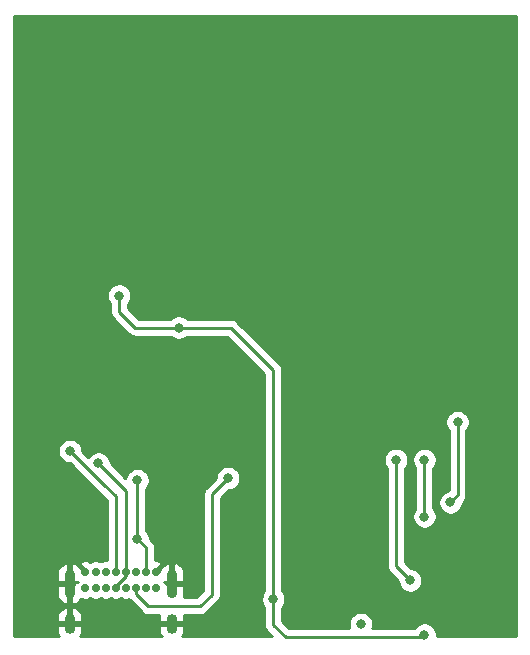
<source format=gbr>
%TF.GenerationSoftware,KiCad,Pcbnew,(5.1.7)-1*%
%TF.CreationDate,2021-01-12T02:59:51-08:00*%
%TF.ProjectId,froggy,66726f67-6779-42e6-9b69-6361645f7063,rev?*%
%TF.SameCoordinates,Original*%
%TF.FileFunction,Copper,L2,Bot*%
%TF.FilePolarity,Positive*%
%FSLAX46Y46*%
G04 Gerber Fmt 4.6, Leading zero omitted, Abs format (unit mm)*
G04 Created by KiCad (PCBNEW (5.1.7)-1) date 2021-01-12 02:59:51*
%MOMM*%
%LPD*%
G01*
G04 APERTURE LIST*
%TA.AperFunction,ComponentPad*%
%ADD10C,0.700000*%
%TD*%
%TA.AperFunction,ComponentPad*%
%ADD11O,0.900000X2.400000*%
%TD*%
%TA.AperFunction,ComponentPad*%
%ADD12O,0.900000X1.700000*%
%TD*%
%TA.AperFunction,ViaPad*%
%ADD13C,0.800000*%
%TD*%
%TA.AperFunction,Conductor*%
%ADD14C,0.250000*%
%TD*%
%TA.AperFunction,Conductor*%
%ADD15C,0.254000*%
%TD*%
%TA.AperFunction,Conductor*%
%ADD16C,0.100000*%
%TD*%
G04 APERTURE END LIST*
D10*
%TO.P,J1,A1*%
%TO.N,GND*%
X163500000Y-82296000D03*
%TO.P,J1,A4*%
%TO.N,+5V*%
X164350000Y-82296000D03*
%TO.P,J1,A5*%
%TO.N,Net-(J1-PadA5)*%
X165200000Y-82296000D03*
%TO.P,J1,A6*%
%TO.N,/D+*%
X166050000Y-82296000D03*
%TO.P,J1,A7*%
%TO.N,/D-*%
X166900000Y-82296000D03*
%TO.P,J1,A8*%
%TO.N,Net-(J1-PadA8)*%
X167750000Y-82296000D03*
%TO.P,J1,A9*%
%TO.N,+5V*%
X168600000Y-82296000D03*
%TO.P,J1,A12*%
%TO.N,GND*%
X169450000Y-82296000D03*
%TO.P,J1,B9*%
%TO.N,+5V*%
X164350000Y-83646000D03*
%TO.P,J1,B7*%
%TO.N,/D-*%
X166050000Y-83646000D03*
%TO.P,J1,B8*%
%TO.N,Net-(J1-PadB8)*%
X165200000Y-83646000D03*
%TO.P,J1,B12*%
%TO.N,GND*%
X163500000Y-83646000D03*
%TO.P,J1,B5*%
%TO.N,Net-(J1-PadB5)*%
X167750000Y-83646000D03*
%TO.P,J1,B4*%
%TO.N,+5V*%
X168600000Y-83646000D03*
%TO.P,J1,B1*%
%TO.N,GND*%
X169450000Y-83646000D03*
%TO.P,J1,B6*%
%TO.N,/D+*%
X166900000Y-83646000D03*
D11*
%TO.P,J1,S1*%
%TO.N,GND*%
X162150000Y-83276000D03*
X170800000Y-83276000D03*
D12*
X162150000Y-86656000D03*
X170800000Y-86656000D03*
%TD*%
D13*
%TO.N,*%
X186820000Y-86700000D03*
%TO.N,+5V*%
X167900000Y-74525000D03*
X167900000Y-79500000D03*
%TO.N,GND*%
X199000000Y-84000000D03*
X190000000Y-86800000D03*
X182000000Y-44200000D03*
X192400000Y-44200000D03*
X188500000Y-44200000D03*
%TO.N,+3V3*%
X171400000Y-61600000D03*
X166350000Y-58900000D03*
X192200000Y-87600000D03*
X192200000Y-72800000D03*
X192200000Y-77600000D03*
X179400000Y-84600000D03*
%TO.N,/D+*%
X162200000Y-72050000D03*
%TO.N,/D-*%
X164599927Y-73099927D03*
%TO.N,Net-(J1-PadB5)*%
X175575000Y-74350000D03*
%TO.N,/DAT3*%
X194400000Y-76400000D03*
X195000000Y-69600000D03*
%TO.N,/CLK*%
X189800000Y-72800000D03*
X191000000Y-83000000D03*
%TD*%
D14*
%TO.N,+5V*%
X167900000Y-74525000D02*
X167900000Y-79500000D01*
X168600000Y-80200000D02*
X168600000Y-82296000D01*
X167900000Y-79500000D02*
X168600000Y-80200000D01*
%TO.N,+3V3*%
X171400000Y-61600000D02*
X170500000Y-61600000D01*
X168400000Y-61600000D02*
X167700000Y-61600000D01*
X168400000Y-61600000D02*
X171400000Y-61600000D01*
X166350000Y-60250000D02*
X166350000Y-58900000D01*
X167700000Y-61600000D02*
X166350000Y-60250000D01*
X192200000Y-72800000D02*
X192200000Y-77600000D01*
X180457990Y-87832990D02*
X191967010Y-87832990D01*
X179400000Y-86775000D02*
X180457990Y-87832990D01*
X191967010Y-87832990D02*
X192200000Y-87600000D01*
X179400000Y-84600000D02*
X179400000Y-86775000D01*
X171400000Y-61600000D02*
X175800000Y-61600000D01*
X179400000Y-65200000D02*
X179400000Y-70600000D01*
X175800000Y-61600000D02*
X179400000Y-65200000D01*
X179400000Y-70600000D02*
X179400000Y-84600000D01*
X179400000Y-70400000D02*
X179400000Y-70600000D01*
%TO.N,/D+*%
X166810000Y-83795002D02*
X166810000Y-83646000D01*
X162200000Y-72050000D02*
X165110000Y-74960000D01*
X166050000Y-75900000D02*
X165110000Y-74960000D01*
X166050000Y-82296000D02*
X166050000Y-75900000D01*
%TO.N,/D-*%
X166050000Y-83496998D02*
X166050000Y-83646000D01*
X166900000Y-82646998D02*
X166050000Y-83496998D01*
X166900000Y-82296000D02*
X166900000Y-82646998D01*
X164599927Y-73099927D02*
X166900000Y-75400000D01*
X166900000Y-75400000D02*
X166900000Y-82296000D01*
%TO.N,Net-(J1-PadB8)*%
X165110000Y-83496998D02*
X165110000Y-83646000D01*
%TO.N,Net-(J1-PadB5)*%
X167750000Y-84140974D02*
X168809026Y-85200000D01*
X167750000Y-83646000D02*
X167750000Y-84140974D01*
X168809026Y-85200000D02*
X173200000Y-85200000D01*
X174200000Y-75725000D02*
X175575000Y-74350000D01*
X174200000Y-84200000D02*
X174200000Y-75725000D01*
X173200000Y-85200000D02*
X174200000Y-84200000D01*
%TO.N,/DAT3*%
X195000000Y-75800000D02*
X195000000Y-69600000D01*
X194400000Y-76400000D02*
X195000000Y-75800000D01*
%TO.N,/CLK*%
X189800000Y-81800000D02*
X191000000Y-83000000D01*
X189800000Y-72800000D02*
X189800000Y-81800000D01*
%TD*%
D15*
%TO.N,GND*%
X199940001Y-87740000D02*
X193227429Y-87740000D01*
X193235000Y-87701939D01*
X193235000Y-87498061D01*
X193195226Y-87298102D01*
X193117205Y-87109744D01*
X193003937Y-86940226D01*
X192859774Y-86796063D01*
X192690256Y-86682795D01*
X192501898Y-86604774D01*
X192301939Y-86565000D01*
X192098061Y-86565000D01*
X191898102Y-86604774D01*
X191709744Y-86682795D01*
X191540226Y-86796063D01*
X191396063Y-86940226D01*
X191307353Y-87072990D01*
X187785779Y-87072990D01*
X187815226Y-87001898D01*
X187855000Y-86801939D01*
X187855000Y-86598061D01*
X187815226Y-86398102D01*
X187737205Y-86209744D01*
X187623937Y-86040226D01*
X187479774Y-85896063D01*
X187310256Y-85782795D01*
X187121898Y-85704774D01*
X186921939Y-85665000D01*
X186718061Y-85665000D01*
X186518102Y-85704774D01*
X186329744Y-85782795D01*
X186160226Y-85896063D01*
X186016063Y-86040226D01*
X185902795Y-86209744D01*
X185824774Y-86398102D01*
X185785000Y-86598061D01*
X185785000Y-86801939D01*
X185824774Y-87001898D01*
X185854221Y-87072990D01*
X180772792Y-87072990D01*
X180160000Y-86460199D01*
X180160000Y-85303711D01*
X180203937Y-85259774D01*
X180317205Y-85090256D01*
X180395226Y-84901898D01*
X180435000Y-84701939D01*
X180435000Y-84498061D01*
X180395226Y-84298102D01*
X180317205Y-84109744D01*
X180203937Y-83940226D01*
X180160000Y-83896289D01*
X180160000Y-72698061D01*
X188765000Y-72698061D01*
X188765000Y-72901939D01*
X188804774Y-73101898D01*
X188882795Y-73290256D01*
X188996063Y-73459774D01*
X189040000Y-73503711D01*
X189040001Y-81762668D01*
X189036324Y-81800000D01*
X189040001Y-81837333D01*
X189044531Y-81883321D01*
X189050998Y-81948985D01*
X189094454Y-82092246D01*
X189165026Y-82224276D01*
X189223889Y-82296000D01*
X189260000Y-82340001D01*
X189288998Y-82363799D01*
X189965000Y-83039802D01*
X189965000Y-83101939D01*
X190004774Y-83301898D01*
X190082795Y-83490256D01*
X190196063Y-83659774D01*
X190340226Y-83803937D01*
X190509744Y-83917205D01*
X190698102Y-83995226D01*
X190898061Y-84035000D01*
X191101939Y-84035000D01*
X191301898Y-83995226D01*
X191490256Y-83917205D01*
X191659774Y-83803937D01*
X191803937Y-83659774D01*
X191917205Y-83490256D01*
X191995226Y-83301898D01*
X192035000Y-83101939D01*
X192035000Y-82898061D01*
X191995226Y-82698102D01*
X191917205Y-82509744D01*
X191803937Y-82340226D01*
X191659774Y-82196063D01*
X191490256Y-82082795D01*
X191301898Y-82004774D01*
X191101939Y-81965000D01*
X191039802Y-81965000D01*
X190560000Y-81485199D01*
X190560000Y-73503711D01*
X190603937Y-73459774D01*
X190717205Y-73290256D01*
X190795226Y-73101898D01*
X190835000Y-72901939D01*
X190835000Y-72698061D01*
X191165000Y-72698061D01*
X191165000Y-72901939D01*
X191204774Y-73101898D01*
X191282795Y-73290256D01*
X191396063Y-73459774D01*
X191440000Y-73503711D01*
X191440001Y-76896288D01*
X191396063Y-76940226D01*
X191282795Y-77109744D01*
X191204774Y-77298102D01*
X191165000Y-77498061D01*
X191165000Y-77701939D01*
X191204774Y-77901898D01*
X191282795Y-78090256D01*
X191396063Y-78259774D01*
X191540226Y-78403937D01*
X191709744Y-78517205D01*
X191898102Y-78595226D01*
X192098061Y-78635000D01*
X192301939Y-78635000D01*
X192501898Y-78595226D01*
X192690256Y-78517205D01*
X192859774Y-78403937D01*
X193003937Y-78259774D01*
X193117205Y-78090256D01*
X193195226Y-77901898D01*
X193235000Y-77701939D01*
X193235000Y-77498061D01*
X193195226Y-77298102D01*
X193117205Y-77109744D01*
X193003937Y-76940226D01*
X192960000Y-76896289D01*
X192960000Y-76298061D01*
X193365000Y-76298061D01*
X193365000Y-76501939D01*
X193404774Y-76701898D01*
X193482795Y-76890256D01*
X193596063Y-77059774D01*
X193740226Y-77203937D01*
X193909744Y-77317205D01*
X194098102Y-77395226D01*
X194298061Y-77435000D01*
X194501939Y-77435000D01*
X194701898Y-77395226D01*
X194890256Y-77317205D01*
X195059774Y-77203937D01*
X195203937Y-77059774D01*
X195317205Y-76890256D01*
X195395226Y-76701898D01*
X195435000Y-76501939D01*
X195435000Y-76439802D01*
X195511004Y-76363798D01*
X195540001Y-76340001D01*
X195574420Y-76298061D01*
X195634974Y-76224277D01*
X195705546Y-76092247D01*
X195718669Y-76048986D01*
X195749003Y-75948986D01*
X195760000Y-75837333D01*
X195760000Y-75837324D01*
X195763676Y-75800001D01*
X195760000Y-75762678D01*
X195760000Y-70303711D01*
X195803937Y-70259774D01*
X195917205Y-70090256D01*
X195995226Y-69901898D01*
X196035000Y-69701939D01*
X196035000Y-69498061D01*
X195995226Y-69298102D01*
X195917205Y-69109744D01*
X195803937Y-68940226D01*
X195659774Y-68796063D01*
X195490256Y-68682795D01*
X195301898Y-68604774D01*
X195101939Y-68565000D01*
X194898061Y-68565000D01*
X194698102Y-68604774D01*
X194509744Y-68682795D01*
X194340226Y-68796063D01*
X194196063Y-68940226D01*
X194082795Y-69109744D01*
X194004774Y-69298102D01*
X193965000Y-69498061D01*
X193965000Y-69701939D01*
X194004774Y-69901898D01*
X194082795Y-70090256D01*
X194196063Y-70259774D01*
X194240001Y-70303712D01*
X194240000Y-75376549D01*
X194098102Y-75404774D01*
X193909744Y-75482795D01*
X193740226Y-75596063D01*
X193596063Y-75740226D01*
X193482795Y-75909744D01*
X193404774Y-76098102D01*
X193365000Y-76298061D01*
X192960000Y-76298061D01*
X192960000Y-73503711D01*
X193003937Y-73459774D01*
X193117205Y-73290256D01*
X193195226Y-73101898D01*
X193235000Y-72901939D01*
X193235000Y-72698061D01*
X193195226Y-72498102D01*
X193117205Y-72309744D01*
X193003937Y-72140226D01*
X192859774Y-71996063D01*
X192690256Y-71882795D01*
X192501898Y-71804774D01*
X192301939Y-71765000D01*
X192098061Y-71765000D01*
X191898102Y-71804774D01*
X191709744Y-71882795D01*
X191540226Y-71996063D01*
X191396063Y-72140226D01*
X191282795Y-72309744D01*
X191204774Y-72498102D01*
X191165000Y-72698061D01*
X190835000Y-72698061D01*
X190795226Y-72498102D01*
X190717205Y-72309744D01*
X190603937Y-72140226D01*
X190459774Y-71996063D01*
X190290256Y-71882795D01*
X190101898Y-71804774D01*
X189901939Y-71765000D01*
X189698061Y-71765000D01*
X189498102Y-71804774D01*
X189309744Y-71882795D01*
X189140226Y-71996063D01*
X188996063Y-72140226D01*
X188882795Y-72309744D01*
X188804774Y-72498102D01*
X188765000Y-72698061D01*
X180160000Y-72698061D01*
X180160000Y-65237323D01*
X180163676Y-65200000D01*
X180160000Y-65162677D01*
X180160000Y-65162667D01*
X180149003Y-65051014D01*
X180105546Y-64907753D01*
X180034974Y-64775724D01*
X179940001Y-64659999D01*
X179911004Y-64636202D01*
X176363804Y-61089003D01*
X176340001Y-61059999D01*
X176224276Y-60965026D01*
X176092247Y-60894454D01*
X175948986Y-60850997D01*
X175837333Y-60840000D01*
X175837322Y-60840000D01*
X175800000Y-60836324D01*
X175762678Y-60840000D01*
X172103711Y-60840000D01*
X172059774Y-60796063D01*
X171890256Y-60682795D01*
X171701898Y-60604774D01*
X171501939Y-60565000D01*
X171298061Y-60565000D01*
X171098102Y-60604774D01*
X170909744Y-60682795D01*
X170740226Y-60796063D01*
X170696289Y-60840000D01*
X168014802Y-60840000D01*
X167110000Y-59935199D01*
X167110000Y-59603711D01*
X167153937Y-59559774D01*
X167267205Y-59390256D01*
X167345226Y-59201898D01*
X167385000Y-59001939D01*
X167385000Y-58798061D01*
X167345226Y-58598102D01*
X167267205Y-58409744D01*
X167153937Y-58240226D01*
X167009774Y-58096063D01*
X166840256Y-57982795D01*
X166651898Y-57904774D01*
X166451939Y-57865000D01*
X166248061Y-57865000D01*
X166048102Y-57904774D01*
X165859744Y-57982795D01*
X165690226Y-58096063D01*
X165546063Y-58240226D01*
X165432795Y-58409744D01*
X165354774Y-58598102D01*
X165315000Y-58798061D01*
X165315000Y-59001939D01*
X165354774Y-59201898D01*
X165432795Y-59390256D01*
X165546063Y-59559774D01*
X165590000Y-59603711D01*
X165590000Y-60212677D01*
X165586324Y-60250000D01*
X165590000Y-60287322D01*
X165590000Y-60287332D01*
X165600997Y-60398985D01*
X165644454Y-60542246D01*
X165715026Y-60674276D01*
X165754871Y-60722826D01*
X165809999Y-60790001D01*
X165839003Y-60813804D01*
X167136200Y-62111002D01*
X167159999Y-62140001D01*
X167275724Y-62234974D01*
X167407753Y-62305546D01*
X167551014Y-62349003D01*
X167662667Y-62360000D01*
X167662676Y-62360000D01*
X167699999Y-62363676D01*
X167737322Y-62360000D01*
X170696289Y-62360000D01*
X170740226Y-62403937D01*
X170909744Y-62517205D01*
X171098102Y-62595226D01*
X171298061Y-62635000D01*
X171501939Y-62635000D01*
X171701898Y-62595226D01*
X171890256Y-62517205D01*
X172059774Y-62403937D01*
X172103711Y-62360000D01*
X175485199Y-62360000D01*
X178640000Y-65514802D01*
X178640001Y-70362658D01*
X178640000Y-70362668D01*
X178640000Y-70562668D01*
X178640001Y-83896288D01*
X178596063Y-83940226D01*
X178482795Y-84109744D01*
X178404774Y-84298102D01*
X178365000Y-84498061D01*
X178365000Y-84701939D01*
X178404774Y-84901898D01*
X178482795Y-85090256D01*
X178596063Y-85259774D01*
X178640000Y-85303711D01*
X178640001Y-86737668D01*
X178636324Y-86775000D01*
X178650998Y-86923985D01*
X178694454Y-87067246D01*
X178765026Y-87199276D01*
X178836201Y-87286002D01*
X178860000Y-87315001D01*
X178888998Y-87338799D01*
X179290199Y-87740000D01*
X171648540Y-87740000D01*
X171753809Y-87588545D01*
X171839376Y-87392233D01*
X171885000Y-87183000D01*
X171885000Y-86783000D01*
X170927000Y-86783000D01*
X170927000Y-86803000D01*
X170673000Y-86803000D01*
X170673000Y-86783000D01*
X169715000Y-86783000D01*
X169715000Y-87183000D01*
X169760624Y-87392233D01*
X169846191Y-87588545D01*
X169951460Y-87740000D01*
X162998540Y-87740000D01*
X163103809Y-87588545D01*
X163189376Y-87392233D01*
X163235000Y-87183000D01*
X163235000Y-86783000D01*
X162277000Y-86783000D01*
X162277000Y-86803000D01*
X162023000Y-86803000D01*
X162023000Y-86783000D01*
X161065000Y-86783000D01*
X161065000Y-87183000D01*
X161110624Y-87392233D01*
X161196191Y-87588545D01*
X161301460Y-87740000D01*
X157460000Y-87740000D01*
X157460000Y-86129000D01*
X161065000Y-86129000D01*
X161065000Y-86529000D01*
X162023000Y-86529000D01*
X162023000Y-85338498D01*
X162277000Y-85338498D01*
X162277000Y-86529000D01*
X163235000Y-86529000D01*
X163235000Y-86129000D01*
X163189376Y-85919767D01*
X163103809Y-85723455D01*
X162981587Y-85547609D01*
X162827408Y-85398986D01*
X162647197Y-85283298D01*
X162444001Y-85211592D01*
X162277000Y-85338498D01*
X162023000Y-85338498D01*
X161855999Y-85211592D01*
X161652803Y-85283298D01*
X161472592Y-85398986D01*
X161318413Y-85547609D01*
X161196191Y-85723455D01*
X161110624Y-85919767D01*
X161065000Y-86129000D01*
X157460000Y-86129000D01*
X157460000Y-83403000D01*
X161065000Y-83403000D01*
X161065000Y-84153000D01*
X161110624Y-84362233D01*
X161196191Y-84558545D01*
X161318413Y-84734391D01*
X161472592Y-84883014D01*
X161652803Y-84998702D01*
X161855999Y-85070408D01*
X162023000Y-84943502D01*
X162023000Y-83403000D01*
X161065000Y-83403000D01*
X157460000Y-83403000D01*
X157460000Y-82399000D01*
X161065000Y-82399000D01*
X161065000Y-83149000D01*
X162023000Y-83149000D01*
X162023000Y-81608498D01*
X161855999Y-81481592D01*
X161652803Y-81553298D01*
X161472592Y-81668986D01*
X161318413Y-81817609D01*
X161196191Y-81993455D01*
X161110624Y-82189767D01*
X161065000Y-82399000D01*
X157460000Y-82399000D01*
X157460000Y-71948061D01*
X161165000Y-71948061D01*
X161165000Y-72151939D01*
X161204774Y-72351898D01*
X161282795Y-72540256D01*
X161396063Y-72709774D01*
X161540226Y-72853937D01*
X161709744Y-72967205D01*
X161898102Y-73045226D01*
X162098061Y-73085000D01*
X162160199Y-73085000D01*
X164598996Y-75523799D01*
X164599007Y-75523808D01*
X165290001Y-76214803D01*
X165290000Y-81311000D01*
X165102986Y-81311000D01*
X164912686Y-81348853D01*
X164775000Y-81405884D01*
X164637314Y-81348853D01*
X164447014Y-81311000D01*
X164252986Y-81311000D01*
X164062686Y-81348853D01*
X163924458Y-81406109D01*
X163795616Y-81351411D01*
X163605656Y-81311890D01*
X163411636Y-81310187D01*
X163221011Y-81346368D01*
X163041107Y-81419043D01*
X163025784Y-81427233D01*
X163009088Y-81625483D01*
X163401101Y-82017496D01*
X163365000Y-82198986D01*
X163365000Y-82368890D01*
X163306253Y-82310143D01*
X163320395Y-82296000D01*
X163170225Y-82145830D01*
X163103809Y-81993455D01*
X162981587Y-81817609D01*
X162827408Y-81668986D01*
X162647197Y-81553298D01*
X162444001Y-81481592D01*
X162277000Y-81608498D01*
X162277000Y-83149000D01*
X162823392Y-83149000D01*
X162829480Y-83155088D01*
X162631233Y-83171784D01*
X162555411Y-83350384D01*
X162544464Y-83403000D01*
X162277000Y-83403000D01*
X162277000Y-84943502D01*
X162444001Y-85070408D01*
X162647197Y-84998702D01*
X162827408Y-84883014D01*
X162981587Y-84734391D01*
X163103809Y-84558545D01*
X163107728Y-84549555D01*
X163204384Y-84590589D01*
X163394344Y-84630110D01*
X163588364Y-84631813D01*
X163778989Y-84595632D01*
X163925651Y-84536385D01*
X164062686Y-84593147D01*
X164252986Y-84631000D01*
X164447014Y-84631000D01*
X164637314Y-84593147D01*
X164775000Y-84536116D01*
X164912686Y-84593147D01*
X165102986Y-84631000D01*
X165297014Y-84631000D01*
X165487314Y-84593147D01*
X165625000Y-84536116D01*
X165762686Y-84593147D01*
X165952986Y-84631000D01*
X166147014Y-84631000D01*
X166337314Y-84593147D01*
X166475000Y-84536116D01*
X166612686Y-84593147D01*
X166802986Y-84631000D01*
X166997014Y-84631000D01*
X167144852Y-84601593D01*
X167210000Y-84680975D01*
X167238998Y-84704773D01*
X168245227Y-85711003D01*
X168269025Y-85740001D01*
X168298023Y-85763799D01*
X168384749Y-85834974D01*
X168499038Y-85896063D01*
X168516779Y-85905546D01*
X168660040Y-85949003D01*
X168771693Y-85960000D01*
X168771703Y-85960000D01*
X168809026Y-85963676D01*
X168846349Y-85960000D01*
X169751851Y-85960000D01*
X169715000Y-86129000D01*
X169715000Y-86529000D01*
X170673000Y-86529000D01*
X170673000Y-86509000D01*
X170927000Y-86509000D01*
X170927000Y-86529000D01*
X171885000Y-86529000D01*
X171885000Y-86129000D01*
X171848149Y-85960000D01*
X173162678Y-85960000D01*
X173200000Y-85963676D01*
X173237322Y-85960000D01*
X173237333Y-85960000D01*
X173348986Y-85949003D01*
X173492247Y-85905546D01*
X173624276Y-85834974D01*
X173740001Y-85740001D01*
X173763804Y-85710998D01*
X174711004Y-84763798D01*
X174740001Y-84740001D01*
X174834974Y-84624276D01*
X174905546Y-84492247D01*
X174949003Y-84348986D01*
X174960000Y-84237333D01*
X174960000Y-84237332D01*
X174963677Y-84200000D01*
X174960000Y-84162667D01*
X174960000Y-76039801D01*
X175614802Y-75385000D01*
X175676939Y-75385000D01*
X175876898Y-75345226D01*
X176065256Y-75267205D01*
X176234774Y-75153937D01*
X176378937Y-75009774D01*
X176492205Y-74840256D01*
X176570226Y-74651898D01*
X176610000Y-74451939D01*
X176610000Y-74248061D01*
X176570226Y-74048102D01*
X176492205Y-73859744D01*
X176378937Y-73690226D01*
X176234774Y-73546063D01*
X176065256Y-73432795D01*
X175876898Y-73354774D01*
X175676939Y-73315000D01*
X175473061Y-73315000D01*
X175273102Y-73354774D01*
X175084744Y-73432795D01*
X174915226Y-73546063D01*
X174771063Y-73690226D01*
X174657795Y-73859744D01*
X174579774Y-74048102D01*
X174540000Y-74248061D01*
X174540000Y-74310198D01*
X173688998Y-75161201D01*
X173660000Y-75184999D01*
X173636202Y-75213997D01*
X173636201Y-75213998D01*
X173565026Y-75300724D01*
X173494454Y-75432754D01*
X173450998Y-75576015D01*
X173436324Y-75725000D01*
X173440001Y-75762332D01*
X173440000Y-83885198D01*
X172885199Y-84440000D01*
X171805480Y-84440000D01*
X171839376Y-84362233D01*
X171885000Y-84153000D01*
X171885000Y-83403000D01*
X170927000Y-83403000D01*
X170927000Y-83423000D01*
X170673000Y-83423000D01*
X170673000Y-83403000D01*
X170406463Y-83403000D01*
X170399632Y-83367011D01*
X170326957Y-83187107D01*
X170318767Y-83171784D01*
X170120520Y-83155088D01*
X170126608Y-83149000D01*
X170673000Y-83149000D01*
X170673000Y-81608498D01*
X170927000Y-81608498D01*
X170927000Y-83149000D01*
X171885000Y-83149000D01*
X171885000Y-82399000D01*
X171839376Y-82189767D01*
X171753809Y-81993455D01*
X171631587Y-81817609D01*
X171477408Y-81668986D01*
X171297197Y-81553298D01*
X171094001Y-81481592D01*
X170927000Y-81608498D01*
X170673000Y-81608498D01*
X170505999Y-81481592D01*
X170302803Y-81553298D01*
X170122592Y-81668986D01*
X169968413Y-81817609D01*
X169846191Y-81993455D01*
X169779775Y-82145830D01*
X169629605Y-82296000D01*
X169643748Y-82310143D01*
X169585000Y-82368890D01*
X169585000Y-82198986D01*
X169548899Y-82017496D01*
X169940912Y-81625483D01*
X169924216Y-81427233D01*
X169745616Y-81351411D01*
X169555656Y-81311890D01*
X169361636Y-81310187D01*
X169360000Y-81310498D01*
X169360000Y-80237322D01*
X169363676Y-80199999D01*
X169360000Y-80162676D01*
X169360000Y-80162667D01*
X169349003Y-80051014D01*
X169305546Y-79907753D01*
X169234974Y-79775724D01*
X169221811Y-79759685D01*
X169163799Y-79688996D01*
X169163795Y-79688992D01*
X169140001Y-79659999D01*
X169111009Y-79636206D01*
X168935000Y-79460198D01*
X168935000Y-79398061D01*
X168895226Y-79198102D01*
X168817205Y-79009744D01*
X168703937Y-78840226D01*
X168660000Y-78796289D01*
X168660000Y-75228711D01*
X168703937Y-75184774D01*
X168817205Y-75015256D01*
X168895226Y-74826898D01*
X168935000Y-74626939D01*
X168935000Y-74423061D01*
X168895226Y-74223102D01*
X168817205Y-74034744D01*
X168703937Y-73865226D01*
X168559774Y-73721063D01*
X168390256Y-73607795D01*
X168201898Y-73529774D01*
X168001939Y-73490000D01*
X167798061Y-73490000D01*
X167598102Y-73529774D01*
X167409744Y-73607795D01*
X167240226Y-73721063D01*
X167096063Y-73865226D01*
X166982795Y-74034744D01*
X166904774Y-74223102D01*
X166887043Y-74312241D01*
X165634927Y-73060126D01*
X165634927Y-72997988D01*
X165595153Y-72798029D01*
X165517132Y-72609671D01*
X165403864Y-72440153D01*
X165259701Y-72295990D01*
X165090183Y-72182722D01*
X164901825Y-72104701D01*
X164701866Y-72064927D01*
X164497988Y-72064927D01*
X164298029Y-72104701D01*
X164109671Y-72182722D01*
X163940153Y-72295990D01*
X163795990Y-72440153D01*
X163743505Y-72518703D01*
X163235000Y-72010199D01*
X163235000Y-71948061D01*
X163195226Y-71748102D01*
X163117205Y-71559744D01*
X163003937Y-71390226D01*
X162859774Y-71246063D01*
X162690256Y-71132795D01*
X162501898Y-71054774D01*
X162301939Y-71015000D01*
X162098061Y-71015000D01*
X161898102Y-71054774D01*
X161709744Y-71132795D01*
X161540226Y-71246063D01*
X161396063Y-71390226D01*
X161282795Y-71559744D01*
X161204774Y-71748102D01*
X161165000Y-71948061D01*
X157460000Y-71948061D01*
X157460000Y-35260000D01*
X199940000Y-35260000D01*
X199940001Y-87740000D01*
%TA.AperFunction,Conductor*%
D16*
G36*
X199940001Y-87740000D02*
G01*
X193227429Y-87740000D01*
X193235000Y-87701939D01*
X193235000Y-87498061D01*
X193195226Y-87298102D01*
X193117205Y-87109744D01*
X193003937Y-86940226D01*
X192859774Y-86796063D01*
X192690256Y-86682795D01*
X192501898Y-86604774D01*
X192301939Y-86565000D01*
X192098061Y-86565000D01*
X191898102Y-86604774D01*
X191709744Y-86682795D01*
X191540226Y-86796063D01*
X191396063Y-86940226D01*
X191307353Y-87072990D01*
X187785779Y-87072990D01*
X187815226Y-87001898D01*
X187855000Y-86801939D01*
X187855000Y-86598061D01*
X187815226Y-86398102D01*
X187737205Y-86209744D01*
X187623937Y-86040226D01*
X187479774Y-85896063D01*
X187310256Y-85782795D01*
X187121898Y-85704774D01*
X186921939Y-85665000D01*
X186718061Y-85665000D01*
X186518102Y-85704774D01*
X186329744Y-85782795D01*
X186160226Y-85896063D01*
X186016063Y-86040226D01*
X185902795Y-86209744D01*
X185824774Y-86398102D01*
X185785000Y-86598061D01*
X185785000Y-86801939D01*
X185824774Y-87001898D01*
X185854221Y-87072990D01*
X180772792Y-87072990D01*
X180160000Y-86460199D01*
X180160000Y-85303711D01*
X180203937Y-85259774D01*
X180317205Y-85090256D01*
X180395226Y-84901898D01*
X180435000Y-84701939D01*
X180435000Y-84498061D01*
X180395226Y-84298102D01*
X180317205Y-84109744D01*
X180203937Y-83940226D01*
X180160000Y-83896289D01*
X180160000Y-72698061D01*
X188765000Y-72698061D01*
X188765000Y-72901939D01*
X188804774Y-73101898D01*
X188882795Y-73290256D01*
X188996063Y-73459774D01*
X189040000Y-73503711D01*
X189040001Y-81762668D01*
X189036324Y-81800000D01*
X189040001Y-81837333D01*
X189044531Y-81883321D01*
X189050998Y-81948985D01*
X189094454Y-82092246D01*
X189165026Y-82224276D01*
X189223889Y-82296000D01*
X189260000Y-82340001D01*
X189288998Y-82363799D01*
X189965000Y-83039802D01*
X189965000Y-83101939D01*
X190004774Y-83301898D01*
X190082795Y-83490256D01*
X190196063Y-83659774D01*
X190340226Y-83803937D01*
X190509744Y-83917205D01*
X190698102Y-83995226D01*
X190898061Y-84035000D01*
X191101939Y-84035000D01*
X191301898Y-83995226D01*
X191490256Y-83917205D01*
X191659774Y-83803937D01*
X191803937Y-83659774D01*
X191917205Y-83490256D01*
X191995226Y-83301898D01*
X192035000Y-83101939D01*
X192035000Y-82898061D01*
X191995226Y-82698102D01*
X191917205Y-82509744D01*
X191803937Y-82340226D01*
X191659774Y-82196063D01*
X191490256Y-82082795D01*
X191301898Y-82004774D01*
X191101939Y-81965000D01*
X191039802Y-81965000D01*
X190560000Y-81485199D01*
X190560000Y-73503711D01*
X190603937Y-73459774D01*
X190717205Y-73290256D01*
X190795226Y-73101898D01*
X190835000Y-72901939D01*
X190835000Y-72698061D01*
X191165000Y-72698061D01*
X191165000Y-72901939D01*
X191204774Y-73101898D01*
X191282795Y-73290256D01*
X191396063Y-73459774D01*
X191440000Y-73503711D01*
X191440001Y-76896288D01*
X191396063Y-76940226D01*
X191282795Y-77109744D01*
X191204774Y-77298102D01*
X191165000Y-77498061D01*
X191165000Y-77701939D01*
X191204774Y-77901898D01*
X191282795Y-78090256D01*
X191396063Y-78259774D01*
X191540226Y-78403937D01*
X191709744Y-78517205D01*
X191898102Y-78595226D01*
X192098061Y-78635000D01*
X192301939Y-78635000D01*
X192501898Y-78595226D01*
X192690256Y-78517205D01*
X192859774Y-78403937D01*
X193003937Y-78259774D01*
X193117205Y-78090256D01*
X193195226Y-77901898D01*
X193235000Y-77701939D01*
X193235000Y-77498061D01*
X193195226Y-77298102D01*
X193117205Y-77109744D01*
X193003937Y-76940226D01*
X192960000Y-76896289D01*
X192960000Y-76298061D01*
X193365000Y-76298061D01*
X193365000Y-76501939D01*
X193404774Y-76701898D01*
X193482795Y-76890256D01*
X193596063Y-77059774D01*
X193740226Y-77203937D01*
X193909744Y-77317205D01*
X194098102Y-77395226D01*
X194298061Y-77435000D01*
X194501939Y-77435000D01*
X194701898Y-77395226D01*
X194890256Y-77317205D01*
X195059774Y-77203937D01*
X195203937Y-77059774D01*
X195317205Y-76890256D01*
X195395226Y-76701898D01*
X195435000Y-76501939D01*
X195435000Y-76439802D01*
X195511004Y-76363798D01*
X195540001Y-76340001D01*
X195574420Y-76298061D01*
X195634974Y-76224277D01*
X195705546Y-76092247D01*
X195718669Y-76048986D01*
X195749003Y-75948986D01*
X195760000Y-75837333D01*
X195760000Y-75837324D01*
X195763676Y-75800001D01*
X195760000Y-75762678D01*
X195760000Y-70303711D01*
X195803937Y-70259774D01*
X195917205Y-70090256D01*
X195995226Y-69901898D01*
X196035000Y-69701939D01*
X196035000Y-69498061D01*
X195995226Y-69298102D01*
X195917205Y-69109744D01*
X195803937Y-68940226D01*
X195659774Y-68796063D01*
X195490256Y-68682795D01*
X195301898Y-68604774D01*
X195101939Y-68565000D01*
X194898061Y-68565000D01*
X194698102Y-68604774D01*
X194509744Y-68682795D01*
X194340226Y-68796063D01*
X194196063Y-68940226D01*
X194082795Y-69109744D01*
X194004774Y-69298102D01*
X193965000Y-69498061D01*
X193965000Y-69701939D01*
X194004774Y-69901898D01*
X194082795Y-70090256D01*
X194196063Y-70259774D01*
X194240001Y-70303712D01*
X194240000Y-75376549D01*
X194098102Y-75404774D01*
X193909744Y-75482795D01*
X193740226Y-75596063D01*
X193596063Y-75740226D01*
X193482795Y-75909744D01*
X193404774Y-76098102D01*
X193365000Y-76298061D01*
X192960000Y-76298061D01*
X192960000Y-73503711D01*
X193003937Y-73459774D01*
X193117205Y-73290256D01*
X193195226Y-73101898D01*
X193235000Y-72901939D01*
X193235000Y-72698061D01*
X193195226Y-72498102D01*
X193117205Y-72309744D01*
X193003937Y-72140226D01*
X192859774Y-71996063D01*
X192690256Y-71882795D01*
X192501898Y-71804774D01*
X192301939Y-71765000D01*
X192098061Y-71765000D01*
X191898102Y-71804774D01*
X191709744Y-71882795D01*
X191540226Y-71996063D01*
X191396063Y-72140226D01*
X191282795Y-72309744D01*
X191204774Y-72498102D01*
X191165000Y-72698061D01*
X190835000Y-72698061D01*
X190795226Y-72498102D01*
X190717205Y-72309744D01*
X190603937Y-72140226D01*
X190459774Y-71996063D01*
X190290256Y-71882795D01*
X190101898Y-71804774D01*
X189901939Y-71765000D01*
X189698061Y-71765000D01*
X189498102Y-71804774D01*
X189309744Y-71882795D01*
X189140226Y-71996063D01*
X188996063Y-72140226D01*
X188882795Y-72309744D01*
X188804774Y-72498102D01*
X188765000Y-72698061D01*
X180160000Y-72698061D01*
X180160000Y-65237323D01*
X180163676Y-65200000D01*
X180160000Y-65162677D01*
X180160000Y-65162667D01*
X180149003Y-65051014D01*
X180105546Y-64907753D01*
X180034974Y-64775724D01*
X179940001Y-64659999D01*
X179911004Y-64636202D01*
X176363804Y-61089003D01*
X176340001Y-61059999D01*
X176224276Y-60965026D01*
X176092247Y-60894454D01*
X175948986Y-60850997D01*
X175837333Y-60840000D01*
X175837322Y-60840000D01*
X175800000Y-60836324D01*
X175762678Y-60840000D01*
X172103711Y-60840000D01*
X172059774Y-60796063D01*
X171890256Y-60682795D01*
X171701898Y-60604774D01*
X171501939Y-60565000D01*
X171298061Y-60565000D01*
X171098102Y-60604774D01*
X170909744Y-60682795D01*
X170740226Y-60796063D01*
X170696289Y-60840000D01*
X168014802Y-60840000D01*
X167110000Y-59935199D01*
X167110000Y-59603711D01*
X167153937Y-59559774D01*
X167267205Y-59390256D01*
X167345226Y-59201898D01*
X167385000Y-59001939D01*
X167385000Y-58798061D01*
X167345226Y-58598102D01*
X167267205Y-58409744D01*
X167153937Y-58240226D01*
X167009774Y-58096063D01*
X166840256Y-57982795D01*
X166651898Y-57904774D01*
X166451939Y-57865000D01*
X166248061Y-57865000D01*
X166048102Y-57904774D01*
X165859744Y-57982795D01*
X165690226Y-58096063D01*
X165546063Y-58240226D01*
X165432795Y-58409744D01*
X165354774Y-58598102D01*
X165315000Y-58798061D01*
X165315000Y-59001939D01*
X165354774Y-59201898D01*
X165432795Y-59390256D01*
X165546063Y-59559774D01*
X165590000Y-59603711D01*
X165590000Y-60212677D01*
X165586324Y-60250000D01*
X165590000Y-60287322D01*
X165590000Y-60287332D01*
X165600997Y-60398985D01*
X165644454Y-60542246D01*
X165715026Y-60674276D01*
X165754871Y-60722826D01*
X165809999Y-60790001D01*
X165839003Y-60813804D01*
X167136200Y-62111002D01*
X167159999Y-62140001D01*
X167275724Y-62234974D01*
X167407753Y-62305546D01*
X167551014Y-62349003D01*
X167662667Y-62360000D01*
X167662676Y-62360000D01*
X167699999Y-62363676D01*
X167737322Y-62360000D01*
X170696289Y-62360000D01*
X170740226Y-62403937D01*
X170909744Y-62517205D01*
X171098102Y-62595226D01*
X171298061Y-62635000D01*
X171501939Y-62635000D01*
X171701898Y-62595226D01*
X171890256Y-62517205D01*
X172059774Y-62403937D01*
X172103711Y-62360000D01*
X175485199Y-62360000D01*
X178640000Y-65514802D01*
X178640001Y-70362658D01*
X178640000Y-70362668D01*
X178640000Y-70562668D01*
X178640001Y-83896288D01*
X178596063Y-83940226D01*
X178482795Y-84109744D01*
X178404774Y-84298102D01*
X178365000Y-84498061D01*
X178365000Y-84701939D01*
X178404774Y-84901898D01*
X178482795Y-85090256D01*
X178596063Y-85259774D01*
X178640000Y-85303711D01*
X178640001Y-86737668D01*
X178636324Y-86775000D01*
X178650998Y-86923985D01*
X178694454Y-87067246D01*
X178765026Y-87199276D01*
X178836201Y-87286002D01*
X178860000Y-87315001D01*
X178888998Y-87338799D01*
X179290199Y-87740000D01*
X171648540Y-87740000D01*
X171753809Y-87588545D01*
X171839376Y-87392233D01*
X171885000Y-87183000D01*
X171885000Y-86783000D01*
X170927000Y-86783000D01*
X170927000Y-86803000D01*
X170673000Y-86803000D01*
X170673000Y-86783000D01*
X169715000Y-86783000D01*
X169715000Y-87183000D01*
X169760624Y-87392233D01*
X169846191Y-87588545D01*
X169951460Y-87740000D01*
X162998540Y-87740000D01*
X163103809Y-87588545D01*
X163189376Y-87392233D01*
X163235000Y-87183000D01*
X163235000Y-86783000D01*
X162277000Y-86783000D01*
X162277000Y-86803000D01*
X162023000Y-86803000D01*
X162023000Y-86783000D01*
X161065000Y-86783000D01*
X161065000Y-87183000D01*
X161110624Y-87392233D01*
X161196191Y-87588545D01*
X161301460Y-87740000D01*
X157460000Y-87740000D01*
X157460000Y-86129000D01*
X161065000Y-86129000D01*
X161065000Y-86529000D01*
X162023000Y-86529000D01*
X162023000Y-85338498D01*
X162277000Y-85338498D01*
X162277000Y-86529000D01*
X163235000Y-86529000D01*
X163235000Y-86129000D01*
X163189376Y-85919767D01*
X163103809Y-85723455D01*
X162981587Y-85547609D01*
X162827408Y-85398986D01*
X162647197Y-85283298D01*
X162444001Y-85211592D01*
X162277000Y-85338498D01*
X162023000Y-85338498D01*
X161855999Y-85211592D01*
X161652803Y-85283298D01*
X161472592Y-85398986D01*
X161318413Y-85547609D01*
X161196191Y-85723455D01*
X161110624Y-85919767D01*
X161065000Y-86129000D01*
X157460000Y-86129000D01*
X157460000Y-83403000D01*
X161065000Y-83403000D01*
X161065000Y-84153000D01*
X161110624Y-84362233D01*
X161196191Y-84558545D01*
X161318413Y-84734391D01*
X161472592Y-84883014D01*
X161652803Y-84998702D01*
X161855999Y-85070408D01*
X162023000Y-84943502D01*
X162023000Y-83403000D01*
X161065000Y-83403000D01*
X157460000Y-83403000D01*
X157460000Y-82399000D01*
X161065000Y-82399000D01*
X161065000Y-83149000D01*
X162023000Y-83149000D01*
X162023000Y-81608498D01*
X161855999Y-81481592D01*
X161652803Y-81553298D01*
X161472592Y-81668986D01*
X161318413Y-81817609D01*
X161196191Y-81993455D01*
X161110624Y-82189767D01*
X161065000Y-82399000D01*
X157460000Y-82399000D01*
X157460000Y-71948061D01*
X161165000Y-71948061D01*
X161165000Y-72151939D01*
X161204774Y-72351898D01*
X161282795Y-72540256D01*
X161396063Y-72709774D01*
X161540226Y-72853937D01*
X161709744Y-72967205D01*
X161898102Y-73045226D01*
X162098061Y-73085000D01*
X162160199Y-73085000D01*
X164598996Y-75523799D01*
X164599007Y-75523808D01*
X165290001Y-76214803D01*
X165290000Y-81311000D01*
X165102986Y-81311000D01*
X164912686Y-81348853D01*
X164775000Y-81405884D01*
X164637314Y-81348853D01*
X164447014Y-81311000D01*
X164252986Y-81311000D01*
X164062686Y-81348853D01*
X163924458Y-81406109D01*
X163795616Y-81351411D01*
X163605656Y-81311890D01*
X163411636Y-81310187D01*
X163221011Y-81346368D01*
X163041107Y-81419043D01*
X163025784Y-81427233D01*
X163009088Y-81625483D01*
X163401101Y-82017496D01*
X163365000Y-82198986D01*
X163365000Y-82368890D01*
X163306253Y-82310143D01*
X163320395Y-82296000D01*
X163170225Y-82145830D01*
X163103809Y-81993455D01*
X162981587Y-81817609D01*
X162827408Y-81668986D01*
X162647197Y-81553298D01*
X162444001Y-81481592D01*
X162277000Y-81608498D01*
X162277000Y-83149000D01*
X162823392Y-83149000D01*
X162829480Y-83155088D01*
X162631233Y-83171784D01*
X162555411Y-83350384D01*
X162544464Y-83403000D01*
X162277000Y-83403000D01*
X162277000Y-84943502D01*
X162444001Y-85070408D01*
X162647197Y-84998702D01*
X162827408Y-84883014D01*
X162981587Y-84734391D01*
X163103809Y-84558545D01*
X163107728Y-84549555D01*
X163204384Y-84590589D01*
X163394344Y-84630110D01*
X163588364Y-84631813D01*
X163778989Y-84595632D01*
X163925651Y-84536385D01*
X164062686Y-84593147D01*
X164252986Y-84631000D01*
X164447014Y-84631000D01*
X164637314Y-84593147D01*
X164775000Y-84536116D01*
X164912686Y-84593147D01*
X165102986Y-84631000D01*
X165297014Y-84631000D01*
X165487314Y-84593147D01*
X165625000Y-84536116D01*
X165762686Y-84593147D01*
X165952986Y-84631000D01*
X166147014Y-84631000D01*
X166337314Y-84593147D01*
X166475000Y-84536116D01*
X166612686Y-84593147D01*
X166802986Y-84631000D01*
X166997014Y-84631000D01*
X167144852Y-84601593D01*
X167210000Y-84680975D01*
X167238998Y-84704773D01*
X168245227Y-85711003D01*
X168269025Y-85740001D01*
X168298023Y-85763799D01*
X168384749Y-85834974D01*
X168499038Y-85896063D01*
X168516779Y-85905546D01*
X168660040Y-85949003D01*
X168771693Y-85960000D01*
X168771703Y-85960000D01*
X168809026Y-85963676D01*
X168846349Y-85960000D01*
X169751851Y-85960000D01*
X169715000Y-86129000D01*
X169715000Y-86529000D01*
X170673000Y-86529000D01*
X170673000Y-86509000D01*
X170927000Y-86509000D01*
X170927000Y-86529000D01*
X171885000Y-86529000D01*
X171885000Y-86129000D01*
X171848149Y-85960000D01*
X173162678Y-85960000D01*
X173200000Y-85963676D01*
X173237322Y-85960000D01*
X173237333Y-85960000D01*
X173348986Y-85949003D01*
X173492247Y-85905546D01*
X173624276Y-85834974D01*
X173740001Y-85740001D01*
X173763804Y-85710998D01*
X174711004Y-84763798D01*
X174740001Y-84740001D01*
X174834974Y-84624276D01*
X174905546Y-84492247D01*
X174949003Y-84348986D01*
X174960000Y-84237333D01*
X174960000Y-84237332D01*
X174963677Y-84200000D01*
X174960000Y-84162667D01*
X174960000Y-76039801D01*
X175614802Y-75385000D01*
X175676939Y-75385000D01*
X175876898Y-75345226D01*
X176065256Y-75267205D01*
X176234774Y-75153937D01*
X176378937Y-75009774D01*
X176492205Y-74840256D01*
X176570226Y-74651898D01*
X176610000Y-74451939D01*
X176610000Y-74248061D01*
X176570226Y-74048102D01*
X176492205Y-73859744D01*
X176378937Y-73690226D01*
X176234774Y-73546063D01*
X176065256Y-73432795D01*
X175876898Y-73354774D01*
X175676939Y-73315000D01*
X175473061Y-73315000D01*
X175273102Y-73354774D01*
X175084744Y-73432795D01*
X174915226Y-73546063D01*
X174771063Y-73690226D01*
X174657795Y-73859744D01*
X174579774Y-74048102D01*
X174540000Y-74248061D01*
X174540000Y-74310198D01*
X173688998Y-75161201D01*
X173660000Y-75184999D01*
X173636202Y-75213997D01*
X173636201Y-75213998D01*
X173565026Y-75300724D01*
X173494454Y-75432754D01*
X173450998Y-75576015D01*
X173436324Y-75725000D01*
X173440001Y-75762332D01*
X173440000Y-83885198D01*
X172885199Y-84440000D01*
X171805480Y-84440000D01*
X171839376Y-84362233D01*
X171885000Y-84153000D01*
X171885000Y-83403000D01*
X170927000Y-83403000D01*
X170927000Y-83423000D01*
X170673000Y-83423000D01*
X170673000Y-83403000D01*
X170406463Y-83403000D01*
X170399632Y-83367011D01*
X170326957Y-83187107D01*
X170318767Y-83171784D01*
X170120520Y-83155088D01*
X170126608Y-83149000D01*
X170673000Y-83149000D01*
X170673000Y-81608498D01*
X170927000Y-81608498D01*
X170927000Y-83149000D01*
X171885000Y-83149000D01*
X171885000Y-82399000D01*
X171839376Y-82189767D01*
X171753809Y-81993455D01*
X171631587Y-81817609D01*
X171477408Y-81668986D01*
X171297197Y-81553298D01*
X171094001Y-81481592D01*
X170927000Y-81608498D01*
X170673000Y-81608498D01*
X170505999Y-81481592D01*
X170302803Y-81553298D01*
X170122592Y-81668986D01*
X169968413Y-81817609D01*
X169846191Y-81993455D01*
X169779775Y-82145830D01*
X169629605Y-82296000D01*
X169643748Y-82310143D01*
X169585000Y-82368890D01*
X169585000Y-82198986D01*
X169548899Y-82017496D01*
X169940912Y-81625483D01*
X169924216Y-81427233D01*
X169745616Y-81351411D01*
X169555656Y-81311890D01*
X169361636Y-81310187D01*
X169360000Y-81310498D01*
X169360000Y-80237322D01*
X169363676Y-80199999D01*
X169360000Y-80162676D01*
X169360000Y-80162667D01*
X169349003Y-80051014D01*
X169305546Y-79907753D01*
X169234974Y-79775724D01*
X169221811Y-79759685D01*
X169163799Y-79688996D01*
X169163795Y-79688992D01*
X169140001Y-79659999D01*
X169111009Y-79636206D01*
X168935000Y-79460198D01*
X168935000Y-79398061D01*
X168895226Y-79198102D01*
X168817205Y-79009744D01*
X168703937Y-78840226D01*
X168660000Y-78796289D01*
X168660000Y-75228711D01*
X168703937Y-75184774D01*
X168817205Y-75015256D01*
X168895226Y-74826898D01*
X168935000Y-74626939D01*
X168935000Y-74423061D01*
X168895226Y-74223102D01*
X168817205Y-74034744D01*
X168703937Y-73865226D01*
X168559774Y-73721063D01*
X168390256Y-73607795D01*
X168201898Y-73529774D01*
X168001939Y-73490000D01*
X167798061Y-73490000D01*
X167598102Y-73529774D01*
X167409744Y-73607795D01*
X167240226Y-73721063D01*
X167096063Y-73865226D01*
X166982795Y-74034744D01*
X166904774Y-74223102D01*
X166887043Y-74312241D01*
X165634927Y-73060126D01*
X165634927Y-72997988D01*
X165595153Y-72798029D01*
X165517132Y-72609671D01*
X165403864Y-72440153D01*
X165259701Y-72295990D01*
X165090183Y-72182722D01*
X164901825Y-72104701D01*
X164701866Y-72064927D01*
X164497988Y-72064927D01*
X164298029Y-72104701D01*
X164109671Y-72182722D01*
X163940153Y-72295990D01*
X163795990Y-72440153D01*
X163743505Y-72518703D01*
X163235000Y-72010199D01*
X163235000Y-71948061D01*
X163195226Y-71748102D01*
X163117205Y-71559744D01*
X163003937Y-71390226D01*
X162859774Y-71246063D01*
X162690256Y-71132795D01*
X162501898Y-71054774D01*
X162301939Y-71015000D01*
X162098061Y-71015000D01*
X161898102Y-71054774D01*
X161709744Y-71132795D01*
X161540226Y-71246063D01*
X161396063Y-71390226D01*
X161282795Y-71559744D01*
X161204774Y-71748102D01*
X161165000Y-71948061D01*
X157460000Y-71948061D01*
X157460000Y-35260000D01*
X199940000Y-35260000D01*
X199940001Y-87740000D01*
G37*
%TD.AperFunction*%
%TD*%
M02*

</source>
